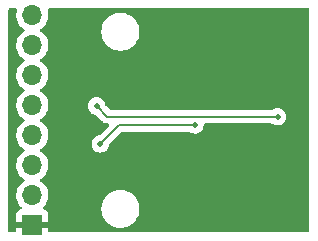
<source format=gbr>
%TF.GenerationSoftware,KiCad,Pcbnew,(6.0.11-0)*%
%TF.CreationDate,2023-03-19T15:11:57+09:00*%
%TF.ProjectId,MB-RL7021-11-M5StickC,4d422d52-4c37-4303-9231-2d31312d4d35,rev?*%
%TF.SameCoordinates,Original*%
%TF.FileFunction,Copper,L2,Bot*%
%TF.FilePolarity,Positive*%
%FSLAX46Y46*%
G04 Gerber Fmt 4.6, Leading zero omitted, Abs format (unit mm)*
G04 Created by KiCad (PCBNEW (6.0.11-0)) date 2023-03-19 15:11:57*
%MOMM*%
%LPD*%
G01*
G04 APERTURE LIST*
%TA.AperFunction,ComponentPad*%
%ADD10R,1.700000X1.700000*%
%TD*%
%TA.AperFunction,ComponentPad*%
%ADD11O,1.700000X1.700000*%
%TD*%
%TA.AperFunction,ViaPad*%
%ADD12C,0.460000*%
%TD*%
%TA.AperFunction,Conductor*%
%ADD13C,0.200000*%
%TD*%
%TA.AperFunction,Conductor*%
%ADD14C,0.127000*%
%TD*%
G04 APERTURE END LIST*
D10*
%TO.P,J1,1,Pin_1*%
%TO.N,GND*%
X120540000Y-125890000D03*
D11*
%TO.P,J1,2,Pin_2*%
%TO.N,unconnected-(J1-Pad2)*%
X120540000Y-123350000D03*
%TO.P,J1,3,Pin_3*%
%TO.N,/M5_STICKC_RX*%
X120540000Y-120810000D03*
%TO.P,J1,4,Pin_4*%
%TO.N,unconnected-(J1-Pad4)*%
X120540000Y-118270000D03*
%TO.P,J1,5,Pin_5*%
%TO.N,/M5_STICKC_TX*%
X120540000Y-115730000D03*
%TO.P,J1,6,Pin_6*%
%TO.N,unconnected-(J1-Pad6)*%
X120540000Y-113190000D03*
%TO.P,J1,7,Pin_7*%
%TO.N,+3V3*%
X120540000Y-110650000D03*
%TO.P,J1,8,Pin_8*%
%TO.N,unconnected-(J1-Pad8)*%
X120540000Y-108110000D03*
%TD*%
D12*
%TO.N,GND*%
X142985000Y-109632500D03*
X130285000Y-122332500D03*
X130200000Y-120000000D03*
X142985000Y-117252500D03*
X142985000Y-124872500D03*
X132825000Y-124872500D03*
X142985000Y-122332500D03*
X137905000Y-112172500D03*
X125205000Y-109632500D03*
X130285000Y-114712500D03*
X137905000Y-124872500D03*
X137905000Y-114712500D03*
X125205000Y-117252500D03*
X135365000Y-109632500D03*
X130285000Y-112172500D03*
X122665000Y-119792500D03*
X135365000Y-112172500D03*
X142985000Y-114712500D03*
X140445000Y-124872500D03*
X140445000Y-112172500D03*
X135365000Y-124872500D03*
X132825000Y-114712500D03*
X134600000Y-119300000D03*
X130285000Y-124872500D03*
X132825000Y-109632500D03*
X132825000Y-112172500D03*
X125205000Y-124872500D03*
X122665000Y-117252500D03*
X142985000Y-112172500D03*
X140445000Y-109632500D03*
X137905000Y-109632500D03*
X122665000Y-109632500D03*
%TO.N,/M5_STICKC_RX*%
X126300000Y-119000000D03*
X134300000Y-117400000D03*
%TO.N,/M5_STICKC_TX*%
X126000000Y-115800000D03*
X141300000Y-116700000D03*
%TD*%
D13*
%TO.N,GND*%
X130200000Y-120000000D02*
X133900000Y-120000000D01*
X133900000Y-120000000D02*
X134600000Y-119300000D01*
D14*
%TO.N,/M5_STICKC_RX*%
X127900000Y-117400000D02*
X134300000Y-117400000D01*
X126300000Y-119000000D02*
X127900000Y-117400000D01*
%TO.N,/M5_STICKC_TX*%
X126900000Y-116700000D02*
X141300000Y-116700000D01*
X126000000Y-115800000D02*
X126900000Y-116700000D01*
%TD*%
%TA.AperFunction,Conductor*%
%TO.N,GND*%
G36*
X119199386Y-107528502D02*
G01*
X119245879Y-107582158D01*
X119255983Y-107652432D01*
X119252682Y-107668172D01*
X119210757Y-107819349D01*
X119200989Y-107854570D01*
X119177251Y-108076695D01*
X119177548Y-108081848D01*
X119177548Y-108081851D01*
X119189812Y-108294547D01*
X119190110Y-108299715D01*
X119191247Y-108304761D01*
X119191248Y-108304767D01*
X119204340Y-108362858D01*
X119239222Y-108517639D01*
X119323266Y-108724616D01*
X119439987Y-108915088D01*
X119586250Y-109083938D01*
X119758126Y-109226632D01*
X119802447Y-109252531D01*
X119831445Y-109269476D01*
X119880169Y-109321114D01*
X119893240Y-109390897D01*
X119866509Y-109456669D01*
X119826055Y-109490027D01*
X119813607Y-109496507D01*
X119809474Y-109499610D01*
X119809471Y-109499612D01*
X119785247Y-109517800D01*
X119634965Y-109630635D01*
X119480629Y-109792138D01*
X119354743Y-109976680D01*
X119260688Y-110179305D01*
X119200989Y-110394570D01*
X119177251Y-110616695D01*
X119177548Y-110621848D01*
X119177548Y-110621851D01*
X119183011Y-110716590D01*
X119190110Y-110839715D01*
X119191247Y-110844761D01*
X119191248Y-110844767D01*
X119211119Y-110932939D01*
X119239222Y-111057639D01*
X119323266Y-111264616D01*
X119439987Y-111455088D01*
X119586250Y-111623938D01*
X119758126Y-111766632D01*
X119828595Y-111807811D01*
X119831445Y-111809476D01*
X119880169Y-111861114D01*
X119893240Y-111930897D01*
X119866509Y-111996669D01*
X119826055Y-112030027D01*
X119813607Y-112036507D01*
X119809474Y-112039610D01*
X119809471Y-112039612D01*
X119785247Y-112057800D01*
X119634965Y-112170635D01*
X119480629Y-112332138D01*
X119354743Y-112516680D01*
X119260688Y-112719305D01*
X119200989Y-112934570D01*
X119177251Y-113156695D01*
X119177548Y-113161848D01*
X119177548Y-113161851D01*
X119183011Y-113256590D01*
X119190110Y-113379715D01*
X119191247Y-113384761D01*
X119191248Y-113384767D01*
X119211119Y-113472939D01*
X119239222Y-113597639D01*
X119323266Y-113804616D01*
X119439987Y-113995088D01*
X119586250Y-114163938D01*
X119758126Y-114306632D01*
X119828595Y-114347811D01*
X119831445Y-114349476D01*
X119880169Y-114401114D01*
X119893240Y-114470897D01*
X119866509Y-114536669D01*
X119826055Y-114570027D01*
X119813607Y-114576507D01*
X119809474Y-114579610D01*
X119809471Y-114579612D01*
X119785247Y-114597800D01*
X119634965Y-114710635D01*
X119480629Y-114872138D01*
X119354743Y-115056680D01*
X119260688Y-115259305D01*
X119200989Y-115474570D01*
X119177251Y-115696695D01*
X119177548Y-115701848D01*
X119177548Y-115701851D01*
X119183011Y-115796590D01*
X119190110Y-115919715D01*
X119191247Y-115924761D01*
X119191248Y-115924767D01*
X119203431Y-115978824D01*
X119239222Y-116137639D01*
X119323266Y-116344616D01*
X119325965Y-116349020D01*
X119436071Y-116528697D01*
X119439987Y-116535088D01*
X119586250Y-116703938D01*
X119758126Y-116846632D01*
X119811546Y-116877848D01*
X119831445Y-116889476D01*
X119880169Y-116941114D01*
X119893240Y-117010897D01*
X119866509Y-117076669D01*
X119826055Y-117110027D01*
X119813607Y-117116507D01*
X119809474Y-117119610D01*
X119809471Y-117119612D01*
X119698674Y-117202801D01*
X119634965Y-117250635D01*
X119631393Y-117254373D01*
X119517850Y-117373189D01*
X119480629Y-117412138D01*
X119477715Y-117416410D01*
X119477714Y-117416411D01*
X119431356Y-117484369D01*
X119354743Y-117596680D01*
X119260688Y-117799305D01*
X119200989Y-118014570D01*
X119177251Y-118236695D01*
X119177548Y-118241848D01*
X119177548Y-118241851D01*
X119183011Y-118336590D01*
X119190110Y-118459715D01*
X119191247Y-118464761D01*
X119191248Y-118464767D01*
X119207351Y-118536220D01*
X119239222Y-118677639D01*
X119323266Y-118884616D01*
X119439987Y-119075088D01*
X119586250Y-119243938D01*
X119758126Y-119386632D01*
X119828595Y-119427811D01*
X119831445Y-119429476D01*
X119880169Y-119481114D01*
X119893240Y-119550897D01*
X119866509Y-119616669D01*
X119826055Y-119650027D01*
X119813607Y-119656507D01*
X119809474Y-119659610D01*
X119809471Y-119659612D01*
X119639100Y-119787530D01*
X119634965Y-119790635D01*
X119480629Y-119952138D01*
X119354743Y-120136680D01*
X119260688Y-120339305D01*
X119200989Y-120554570D01*
X119177251Y-120776695D01*
X119177548Y-120781848D01*
X119177548Y-120781851D01*
X119183011Y-120876590D01*
X119190110Y-120999715D01*
X119191247Y-121004761D01*
X119191248Y-121004767D01*
X119211119Y-121092939D01*
X119239222Y-121217639D01*
X119323266Y-121424616D01*
X119439987Y-121615088D01*
X119586250Y-121783938D01*
X119758126Y-121926632D01*
X119828595Y-121967811D01*
X119831445Y-121969476D01*
X119880169Y-122021114D01*
X119893240Y-122090897D01*
X119866509Y-122156669D01*
X119826055Y-122190027D01*
X119813607Y-122196507D01*
X119809474Y-122199610D01*
X119809471Y-122199612D01*
X119785247Y-122217800D01*
X119634965Y-122330635D01*
X119480629Y-122492138D01*
X119354743Y-122676680D01*
X119260688Y-122879305D01*
X119200989Y-123094570D01*
X119177251Y-123316695D01*
X119177548Y-123321848D01*
X119177548Y-123321851D01*
X119183011Y-123416590D01*
X119190110Y-123539715D01*
X119191247Y-123544761D01*
X119191248Y-123544767D01*
X119211119Y-123632939D01*
X119239222Y-123757639D01*
X119323266Y-123964616D01*
X119439987Y-124155088D01*
X119586250Y-124323938D01*
X119590225Y-124327238D01*
X119590231Y-124327244D01*
X119595425Y-124331556D01*
X119635059Y-124390460D01*
X119636555Y-124461441D01*
X119599439Y-124521962D01*
X119559168Y-124546480D01*
X119451946Y-124586676D01*
X119436351Y-124595214D01*
X119334276Y-124671715D01*
X119321715Y-124684276D01*
X119245214Y-124786351D01*
X119236676Y-124801946D01*
X119191522Y-124922394D01*
X119187895Y-124937649D01*
X119182369Y-124988514D01*
X119182000Y-124995328D01*
X119182000Y-125617885D01*
X119186475Y-125633124D01*
X119187865Y-125634329D01*
X119195548Y-125636000D01*
X121879884Y-125636000D01*
X121895123Y-125631525D01*
X121896328Y-125630135D01*
X121897999Y-125622452D01*
X121897999Y-124995331D01*
X121897629Y-124988510D01*
X121892105Y-124937648D01*
X121888479Y-124922396D01*
X121843324Y-124801946D01*
X121834786Y-124786351D01*
X121758285Y-124684276D01*
X121745724Y-124671715D01*
X121643649Y-124595214D01*
X121628054Y-124586676D01*
X121517813Y-124545348D01*
X121461049Y-124502706D01*
X121460045Y-124500000D01*
X126386526Y-124500000D01*
X126406391Y-124752403D01*
X126465495Y-124998591D01*
X126562384Y-125232502D01*
X126694672Y-125448376D01*
X126697883Y-125452135D01*
X126853492Y-125634329D01*
X126859102Y-125640898D01*
X127051624Y-125805328D01*
X127267498Y-125937616D01*
X127272068Y-125939509D01*
X127272072Y-125939511D01*
X127496836Y-126032611D01*
X127501409Y-126034505D01*
X127586032Y-126054821D01*
X127742784Y-126092454D01*
X127742790Y-126092455D01*
X127747597Y-126093609D01*
X127847416Y-126101465D01*
X127934345Y-126108307D01*
X127934352Y-126108307D01*
X127936801Y-126108500D01*
X128063199Y-126108500D01*
X128065648Y-126108307D01*
X128065655Y-126108307D01*
X128152584Y-126101465D01*
X128252403Y-126093609D01*
X128257210Y-126092455D01*
X128257216Y-126092454D01*
X128413968Y-126054821D01*
X128498591Y-126034505D01*
X128503164Y-126032611D01*
X128727928Y-125939511D01*
X128727932Y-125939509D01*
X128732502Y-125937616D01*
X128948376Y-125805328D01*
X129140898Y-125640898D01*
X129146509Y-125634329D01*
X129302117Y-125452135D01*
X129305328Y-125448376D01*
X129437616Y-125232502D01*
X129534505Y-124998591D01*
X129593609Y-124752403D01*
X129613474Y-124500000D01*
X129593609Y-124247597D01*
X129591100Y-124237144D01*
X129554821Y-124086032D01*
X129534505Y-124001409D01*
X129517282Y-123959829D01*
X129439511Y-123772072D01*
X129439509Y-123772068D01*
X129437616Y-123767498D01*
X129305328Y-123551624D01*
X129140898Y-123359102D01*
X128948376Y-123194672D01*
X128732502Y-123062384D01*
X128727932Y-123060491D01*
X128727928Y-123060489D01*
X128503164Y-122967389D01*
X128503162Y-122967388D01*
X128498591Y-122965495D01*
X128413968Y-122945179D01*
X128257216Y-122907546D01*
X128257210Y-122907545D01*
X128252403Y-122906391D01*
X128152584Y-122898535D01*
X128065655Y-122891693D01*
X128065648Y-122891693D01*
X128063199Y-122891500D01*
X127936801Y-122891500D01*
X127934352Y-122891693D01*
X127934345Y-122891693D01*
X127847416Y-122898535D01*
X127747597Y-122906391D01*
X127742790Y-122907545D01*
X127742784Y-122907546D01*
X127586032Y-122945179D01*
X127501409Y-122965495D01*
X127496838Y-122967388D01*
X127496836Y-122967389D01*
X127272072Y-123060489D01*
X127272068Y-123060491D01*
X127267498Y-123062384D01*
X127051624Y-123194672D01*
X126859102Y-123359102D01*
X126694672Y-123551624D01*
X126562384Y-123767498D01*
X126560491Y-123772068D01*
X126560489Y-123772072D01*
X126482718Y-123959829D01*
X126465495Y-124001409D01*
X126445179Y-124086032D01*
X126408901Y-124237144D01*
X126406391Y-124247597D01*
X126386526Y-124500000D01*
X121460045Y-124500000D01*
X121436349Y-124436145D01*
X121451557Y-124366796D01*
X121473104Y-124338115D01*
X121574430Y-124237144D01*
X121574440Y-124237132D01*
X121578096Y-124233489D01*
X121637594Y-124150689D01*
X121705435Y-124056277D01*
X121708453Y-124052077D01*
X121731117Y-124006221D01*
X121805136Y-123856453D01*
X121805137Y-123856451D01*
X121807430Y-123851811D01*
X121872370Y-123638069D01*
X121901529Y-123416590D01*
X121903156Y-123350000D01*
X121884852Y-123127361D01*
X121830431Y-122910702D01*
X121741354Y-122705840D01*
X121620014Y-122518277D01*
X121469670Y-122353051D01*
X121465619Y-122349852D01*
X121465615Y-122349848D01*
X121298414Y-122217800D01*
X121298410Y-122217798D01*
X121294359Y-122214598D01*
X121253053Y-122191796D01*
X121203084Y-122141364D01*
X121188312Y-122071921D01*
X121213428Y-122005516D01*
X121240780Y-121978909D01*
X121284603Y-121947650D01*
X121419860Y-121851173D01*
X121578096Y-121693489D01*
X121637594Y-121610689D01*
X121705435Y-121516277D01*
X121708453Y-121512077D01*
X121807430Y-121311811D01*
X121872370Y-121098069D01*
X121901529Y-120876590D01*
X121903156Y-120810000D01*
X121884852Y-120587361D01*
X121830431Y-120370702D01*
X121741354Y-120165840D01*
X121620014Y-119978277D01*
X121469670Y-119813051D01*
X121465619Y-119809852D01*
X121465615Y-119809848D01*
X121298414Y-119677800D01*
X121298410Y-119677798D01*
X121294359Y-119674598D01*
X121253053Y-119651796D01*
X121203084Y-119601364D01*
X121188312Y-119531921D01*
X121213428Y-119465516D01*
X121240780Y-119438909D01*
X121284603Y-119407650D01*
X121419860Y-119311173D01*
X121426016Y-119305039D01*
X121574435Y-119157137D01*
X121578096Y-119153489D01*
X121637594Y-119070689D01*
X121705435Y-118976277D01*
X121708453Y-118972077D01*
X121781020Y-118825249D01*
X121805136Y-118776453D01*
X121805137Y-118776451D01*
X121807430Y-118771811D01*
X121872370Y-118558069D01*
X121901529Y-118336590D01*
X121901611Y-118333240D01*
X121903074Y-118273365D01*
X121903074Y-118273361D01*
X121903156Y-118270000D01*
X121884852Y-118047361D01*
X121830431Y-117830702D01*
X121741354Y-117625840D01*
X121620014Y-117438277D01*
X121469670Y-117273051D01*
X121465619Y-117269852D01*
X121465615Y-117269848D01*
X121298414Y-117137800D01*
X121298410Y-117137798D01*
X121294359Y-117134598D01*
X121253053Y-117111796D01*
X121203084Y-117061364D01*
X121188312Y-116991921D01*
X121213428Y-116925516D01*
X121240780Y-116898909D01*
X121284603Y-116867650D01*
X121419860Y-116771173D01*
X121578096Y-116613489D01*
X121612641Y-116565415D01*
X121705435Y-116436277D01*
X121708453Y-116432077D01*
X121731452Y-116385543D01*
X121805136Y-116236453D01*
X121805137Y-116236451D01*
X121807430Y-116231811D01*
X121841153Y-116120817D01*
X121870865Y-116023023D01*
X121870865Y-116023021D01*
X121872370Y-116018069D01*
X121901529Y-115796590D01*
X121901699Y-115789624D01*
X125256899Y-115789624D01*
X125273067Y-115954514D01*
X125325364Y-116111725D01*
X125411192Y-116253443D01*
X125526284Y-116372625D01*
X125532176Y-116376480D01*
X125532180Y-116376484D01*
X125623554Y-116436277D01*
X125664920Y-116463346D01*
X125671524Y-116465802D01*
X125671526Y-116465803D01*
X125742565Y-116492222D01*
X125820210Y-116521098D01*
X125827193Y-116522030D01*
X125827194Y-116522030D01*
X125884055Y-116529617D01*
X125948932Y-116558453D01*
X125956485Y-116565415D01*
X126463184Y-117072114D01*
X126474051Y-117084505D01*
X126492045Y-117107955D01*
X126522045Y-117130975D01*
X126522046Y-117130976D01*
X126551326Y-117153443D01*
X126611532Y-117199641D01*
X126750678Y-117257277D01*
X126781375Y-117261318D01*
X126862497Y-117271999D01*
X126862506Y-117272000D01*
X126862509Y-117272000D01*
X126862521Y-117272001D01*
X126891811Y-117275857D01*
X126891812Y-117275857D01*
X126900000Y-117276935D01*
X126908188Y-117275857D01*
X126911023Y-117275857D01*
X126979144Y-117295859D01*
X127025637Y-117349515D01*
X127035741Y-117419789D01*
X127006247Y-117484369D01*
X127000118Y-117490952D01*
X126257441Y-118233629D01*
X126195129Y-118267655D01*
X126181519Y-118269844D01*
X126171995Y-118270845D01*
X126147415Y-118273428D01*
X126147413Y-118273428D01*
X126140415Y-118274164D01*
X125983572Y-118327557D01*
X125963496Y-118339908D01*
X125848459Y-118410679D01*
X125848456Y-118410681D01*
X125842457Y-118414372D01*
X125724082Y-118530293D01*
X125720263Y-118536218D01*
X125720262Y-118536220D01*
X125702989Y-118563023D01*
X125634331Y-118669559D01*
X125631920Y-118676182D01*
X125631919Y-118676185D01*
X125580075Y-118818626D01*
X125580074Y-118818631D01*
X125577665Y-118825249D01*
X125556899Y-118989624D01*
X125573067Y-119154514D01*
X125625364Y-119311725D01*
X125629013Y-119317750D01*
X125670730Y-119386632D01*
X125711192Y-119453443D01*
X125826284Y-119572625D01*
X125832176Y-119576480D01*
X125832180Y-119576484D01*
X125944566Y-119650027D01*
X125964920Y-119663346D01*
X125971524Y-119665802D01*
X125971526Y-119665803D01*
X126042565Y-119692222D01*
X126120210Y-119721098D01*
X126284436Y-119743010D01*
X126291447Y-119742372D01*
X126291451Y-119742372D01*
X126442415Y-119728633D01*
X126449436Y-119727994D01*
X126456138Y-119725816D01*
X126456140Y-119725816D01*
X126600309Y-119678973D01*
X126600312Y-119678972D01*
X126607008Y-119676796D01*
X126676881Y-119635143D01*
X126743267Y-119595570D01*
X126743270Y-119595568D01*
X126749322Y-119591960D01*
X126846584Y-119499338D01*
X126864200Y-119482563D01*
X126864202Y-119482561D01*
X126869304Y-119477702D01*
X126960990Y-119339703D01*
X127019825Y-119184820D01*
X127023145Y-119161200D01*
X127029609Y-119115201D01*
X127058897Y-119050527D01*
X127065288Y-119043642D01*
X128100025Y-118008905D01*
X128162337Y-117974879D01*
X128189120Y-117972000D01*
X133787767Y-117972000D01*
X133856760Y-117992568D01*
X133932823Y-118042342D01*
X133964920Y-118063346D01*
X133971524Y-118065802D01*
X133971526Y-118065803D01*
X134042565Y-118092222D01*
X134120210Y-118121098D01*
X134284436Y-118143010D01*
X134291447Y-118142372D01*
X134291451Y-118142372D01*
X134442415Y-118128633D01*
X134449436Y-118127994D01*
X134456138Y-118125816D01*
X134456140Y-118125816D01*
X134600309Y-118078973D01*
X134600312Y-118078972D01*
X134607008Y-118076796D01*
X134702776Y-118019707D01*
X134743267Y-117995570D01*
X134743270Y-117995568D01*
X134749322Y-117991960D01*
X134814118Y-117930255D01*
X134864200Y-117882563D01*
X134864202Y-117882561D01*
X134869304Y-117877702D01*
X134960990Y-117739703D01*
X134999214Y-117639078D01*
X135017325Y-117591402D01*
X135017326Y-117591400D01*
X135019825Y-117584820D01*
X135033017Y-117490952D01*
X135042332Y-117424675D01*
X135042333Y-117424668D01*
X135042883Y-117420751D01*
X135043173Y-117400000D01*
X135044128Y-117400013D01*
X135059777Y-117335140D01*
X135111097Y-117286081D01*
X135168977Y-117272000D01*
X140787767Y-117272000D01*
X140856760Y-117292568D01*
X140964920Y-117363346D01*
X140971524Y-117365802D01*
X140971526Y-117365803D01*
X141042565Y-117392222D01*
X141120210Y-117421098D01*
X141284436Y-117443010D01*
X141291447Y-117442372D01*
X141291451Y-117442372D01*
X141442415Y-117428633D01*
X141449436Y-117427994D01*
X141456138Y-117425816D01*
X141456140Y-117425816D01*
X141600309Y-117378973D01*
X141600312Y-117378972D01*
X141607008Y-117376796D01*
X141676887Y-117335140D01*
X141743267Y-117295570D01*
X141743270Y-117295568D01*
X141749322Y-117291960D01*
X141851547Y-117194612D01*
X141864200Y-117182563D01*
X141864202Y-117182561D01*
X141869304Y-117177702D01*
X141960990Y-117039703D01*
X142019825Y-116884820D01*
X142025192Y-116846632D01*
X142042332Y-116724675D01*
X142042333Y-116724668D01*
X142042883Y-116720751D01*
X142043173Y-116700000D01*
X142024705Y-116535351D01*
X141970218Y-116378886D01*
X141945813Y-116339829D01*
X141886153Y-116244354D01*
X141882420Y-116238380D01*
X141765675Y-116120817D01*
X141755520Y-116114372D01*
X141711447Y-116086403D01*
X141625786Y-116032041D01*
X141529150Y-115997630D01*
X141476338Y-115978824D01*
X141476336Y-115978823D01*
X141469704Y-115976462D01*
X141462718Y-115975629D01*
X141462714Y-115975628D01*
X141341711Y-115961200D01*
X141305188Y-115956845D01*
X141298186Y-115957581D01*
X141298184Y-115957581D01*
X141147415Y-115973428D01*
X141147413Y-115973428D01*
X141140415Y-115974164D01*
X140983572Y-116027557D01*
X140850673Y-116109318D01*
X140784652Y-116128000D01*
X127189120Y-116128000D01*
X127120999Y-116107998D01*
X127100025Y-116091095D01*
X126766067Y-115757137D01*
X126732041Y-115694825D01*
X126729947Y-115682087D01*
X126725490Y-115642348D01*
X126725490Y-115642346D01*
X126724705Y-115635351D01*
X126670218Y-115478886D01*
X126582420Y-115338380D01*
X126465675Y-115220817D01*
X126455520Y-115214372D01*
X126411447Y-115186403D01*
X126325786Y-115132041D01*
X126209380Y-115090590D01*
X126176338Y-115078824D01*
X126176336Y-115078823D01*
X126169704Y-115076462D01*
X126162718Y-115075629D01*
X126162714Y-115075628D01*
X126043178Y-115061375D01*
X126005188Y-115056845D01*
X125998186Y-115057581D01*
X125998184Y-115057581D01*
X125847415Y-115073428D01*
X125847413Y-115073428D01*
X125840415Y-115074164D01*
X125683572Y-115127557D01*
X125670141Y-115135820D01*
X125548459Y-115210679D01*
X125548456Y-115210681D01*
X125542457Y-115214372D01*
X125424082Y-115330293D01*
X125334331Y-115469559D01*
X125331920Y-115476182D01*
X125331919Y-115476185D01*
X125280075Y-115618626D01*
X125280074Y-115618631D01*
X125277665Y-115625249D01*
X125256899Y-115789624D01*
X121901699Y-115789624D01*
X121903156Y-115730000D01*
X121884852Y-115507361D01*
X121830431Y-115290702D01*
X121741354Y-115085840D01*
X121620014Y-114898277D01*
X121469670Y-114733051D01*
X121465619Y-114729852D01*
X121465615Y-114729848D01*
X121298414Y-114597800D01*
X121298410Y-114597798D01*
X121294359Y-114594598D01*
X121253053Y-114571796D01*
X121203084Y-114521364D01*
X121188312Y-114451921D01*
X121213428Y-114385516D01*
X121240780Y-114358909D01*
X121284603Y-114327650D01*
X121419860Y-114231173D01*
X121578096Y-114073489D01*
X121637594Y-113990689D01*
X121705435Y-113896277D01*
X121708453Y-113892077D01*
X121807430Y-113691811D01*
X121872370Y-113478069D01*
X121901529Y-113256590D01*
X121903156Y-113190000D01*
X121884852Y-112967361D01*
X121830431Y-112750702D01*
X121741354Y-112545840D01*
X121620014Y-112358277D01*
X121469670Y-112193051D01*
X121465619Y-112189852D01*
X121465615Y-112189848D01*
X121298414Y-112057800D01*
X121298410Y-112057798D01*
X121294359Y-112054598D01*
X121253053Y-112031796D01*
X121203084Y-111981364D01*
X121188312Y-111911921D01*
X121213428Y-111845516D01*
X121240780Y-111818909D01*
X121284603Y-111787650D01*
X121419860Y-111691173D01*
X121578096Y-111533489D01*
X121637594Y-111450689D01*
X121705435Y-111356277D01*
X121708453Y-111352077D01*
X121807430Y-111151811D01*
X121839900Y-111044940D01*
X121870865Y-110943023D01*
X121870865Y-110943021D01*
X121872370Y-110938069D01*
X121901529Y-110716590D01*
X121903156Y-110650000D01*
X121884852Y-110427361D01*
X121830431Y-110210702D01*
X121741354Y-110005840D01*
X121620014Y-109818277D01*
X121469670Y-109653051D01*
X121465619Y-109649852D01*
X121465615Y-109649848D01*
X121298414Y-109517800D01*
X121298410Y-109517798D01*
X121294359Y-109514598D01*
X121267915Y-109500000D01*
X126386526Y-109500000D01*
X126406391Y-109752403D01*
X126407545Y-109757210D01*
X126407546Y-109757216D01*
X126445179Y-109913968D01*
X126465495Y-109998591D01*
X126467388Y-110003162D01*
X126467389Y-110003164D01*
X126555433Y-110215720D01*
X126562384Y-110232502D01*
X126694672Y-110448376D01*
X126859102Y-110640898D01*
X127051624Y-110805328D01*
X127267498Y-110937616D01*
X127272068Y-110939509D01*
X127272072Y-110939511D01*
X127496836Y-111032611D01*
X127501409Y-111034505D01*
X127576764Y-111052596D01*
X127742784Y-111092454D01*
X127742790Y-111092455D01*
X127747597Y-111093609D01*
X127847416Y-111101465D01*
X127934345Y-111108307D01*
X127934352Y-111108307D01*
X127936801Y-111108500D01*
X128063199Y-111108500D01*
X128065648Y-111108307D01*
X128065655Y-111108307D01*
X128152584Y-111101465D01*
X128252403Y-111093609D01*
X128257210Y-111092455D01*
X128257216Y-111092454D01*
X128423236Y-111052596D01*
X128498591Y-111034505D01*
X128503164Y-111032611D01*
X128727928Y-110939511D01*
X128727932Y-110939509D01*
X128732502Y-110937616D01*
X128948376Y-110805328D01*
X129140898Y-110640898D01*
X129305328Y-110448376D01*
X129437616Y-110232502D01*
X129444568Y-110215720D01*
X129532611Y-110003164D01*
X129532612Y-110003162D01*
X129534505Y-109998591D01*
X129554821Y-109913968D01*
X129592454Y-109757216D01*
X129592455Y-109757210D01*
X129593609Y-109752403D01*
X129613474Y-109500000D01*
X129593609Y-109247597D01*
X129589203Y-109229242D01*
X129535660Y-109006221D01*
X129534505Y-109001409D01*
X129532611Y-108996836D01*
X129439511Y-108772072D01*
X129439509Y-108772068D01*
X129437616Y-108767498D01*
X129305328Y-108551624D01*
X129140898Y-108359102D01*
X128948376Y-108194672D01*
X128732502Y-108062384D01*
X128727932Y-108060491D01*
X128727928Y-108060489D01*
X128503164Y-107967389D01*
X128503162Y-107967388D01*
X128498591Y-107965495D01*
X128413968Y-107945179D01*
X128257216Y-107907546D01*
X128257210Y-107907545D01*
X128252403Y-107906391D01*
X128152584Y-107898535D01*
X128065655Y-107891693D01*
X128065648Y-107891693D01*
X128063199Y-107891500D01*
X127936801Y-107891500D01*
X127934352Y-107891693D01*
X127934345Y-107891693D01*
X127847416Y-107898535D01*
X127747597Y-107906391D01*
X127742790Y-107907545D01*
X127742784Y-107907546D01*
X127586032Y-107945179D01*
X127501409Y-107965495D01*
X127496838Y-107967388D01*
X127496836Y-107967389D01*
X127272072Y-108060489D01*
X127272068Y-108060491D01*
X127267498Y-108062384D01*
X127051624Y-108194672D01*
X126859102Y-108359102D01*
X126694672Y-108551624D01*
X126562384Y-108767498D01*
X126560491Y-108772068D01*
X126560489Y-108772072D01*
X126467389Y-108996836D01*
X126465495Y-109001409D01*
X126464340Y-109006221D01*
X126410798Y-109229242D01*
X126406391Y-109247597D01*
X126386526Y-109500000D01*
X121267915Y-109500000D01*
X121253053Y-109491796D01*
X121203084Y-109441364D01*
X121188312Y-109371921D01*
X121213428Y-109305516D01*
X121240780Y-109278909D01*
X121291425Y-109242784D01*
X121419860Y-109151173D01*
X121578096Y-108993489D01*
X121637594Y-108910689D01*
X121705435Y-108816277D01*
X121708453Y-108812077D01*
X121807430Y-108611811D01*
X121872370Y-108398069D01*
X121901529Y-108176590D01*
X121903156Y-108110000D01*
X121884852Y-107887361D01*
X121830431Y-107670702D01*
X121831289Y-107670487D01*
X121828461Y-107604185D01*
X121864265Y-107542878D01*
X121927531Y-107510660D01*
X121950760Y-107508500D01*
X143874000Y-107508500D01*
X143942121Y-107528502D01*
X143988614Y-107582158D01*
X144000000Y-107634500D01*
X144000000Y-126365500D01*
X143979998Y-126433621D01*
X143926342Y-126480114D01*
X143874000Y-126491500D01*
X122024000Y-126491500D01*
X121955879Y-126471498D01*
X121909386Y-126417842D01*
X121898000Y-126365500D01*
X121898000Y-126162115D01*
X121893525Y-126146876D01*
X121892135Y-126145671D01*
X121884452Y-126144000D01*
X119200116Y-126144000D01*
X119184877Y-126148475D01*
X119183672Y-126149865D01*
X119182001Y-126157548D01*
X119182001Y-126365500D01*
X119161999Y-126433621D01*
X119108343Y-126480114D01*
X119056001Y-126491500D01*
X118634500Y-126491500D01*
X118566379Y-126471498D01*
X118519886Y-126417842D01*
X118508500Y-126365500D01*
X118508500Y-107634500D01*
X118528502Y-107566379D01*
X118582158Y-107519886D01*
X118634500Y-107508500D01*
X119131265Y-107508500D01*
X119199386Y-107528502D01*
G37*
%TD.AperFunction*%
%TD*%
M02*

</source>
